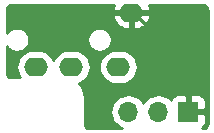
<source format=gtl>
G04 #@! TF.GenerationSoftware,KiCad,Pcbnew,5.1.0-unknown-e90452d~82~ubuntu16.04.1*
G04 #@! TF.CreationDate,2019-04-11T13:24:12-04:00*
G04 #@! TF.ProjectId,touch_sensor_trrs_pcb,746f7563-685f-4736-956e-736f725f7472,1.0*
G04 #@! TF.SameCoordinates,Original*
G04 #@! TF.FileFunction,Copper,L1,Top*
G04 #@! TF.FilePolarity,Positive*
%FSLAX46Y46*%
G04 Gerber Fmt 4.6, Leading zero omitted, Abs format (unit mm)*
G04 Created by KiCad (PCBNEW 5.1.0-unknown-e90452d~82~ubuntu16.04.1) date 2019-04-11 13:24:12*
%MOMM*%
%LPD*%
G04 APERTURE LIST*
%ADD10O,1.700000X1.700000*%
%ADD11R,1.700000X1.700000*%
%ADD12O,2.000000X1.600000*%
%ADD13C,0.250000*%
%ADD14C,0.254000*%
G04 APERTURE END LIST*
D10*
X132842000Y-113284000D03*
X135382000Y-113284000D03*
D11*
X137922000Y-113284000D03*
D12*
X133118000Y-104880000D03*
X132018000Y-109480000D03*
X125018000Y-109480000D03*
X128018000Y-109480000D03*
D13*
X133318000Y-104880000D02*
X133118000Y-104880000D01*
X137922000Y-109484000D02*
X133318000Y-104880000D01*
X137922000Y-113284000D02*
X137922000Y-109484000D01*
D14*
G36*
X131536556Y-104473270D02*
G01*
X131526096Y-104530961D01*
X131648085Y-104753000D01*
X132991000Y-104753000D01*
X132991000Y-104733000D01*
X133245000Y-104733000D01*
X133245000Y-104753000D01*
X134587915Y-104753000D01*
X134709904Y-104530961D01*
X134699444Y-104473270D01*
X134615977Y-104267000D01*
X139160945Y-104267000D01*
X139265409Y-104277243D01*
X139336032Y-104298565D01*
X139401158Y-104333193D01*
X139458318Y-104379812D01*
X139505340Y-104436653D01*
X139540423Y-104501538D01*
X139562235Y-104572002D01*
X139573001Y-104674430D01*
X139573000Y-114268946D01*
X139562757Y-114373409D01*
X139541435Y-114444032D01*
X139506808Y-114509156D01*
X139460187Y-114566319D01*
X139403348Y-114613340D01*
X139338465Y-114648422D01*
X139267999Y-114670235D01*
X139165579Y-114681000D01*
X139095694Y-114681000D01*
X139126494Y-114664537D01*
X139223185Y-114585185D01*
X139302537Y-114488494D01*
X139361502Y-114378180D01*
X139397812Y-114258482D01*
X139410072Y-114134000D01*
X139407000Y-113569750D01*
X139248250Y-113411000D01*
X138049000Y-113411000D01*
X138049000Y-113431000D01*
X137795000Y-113431000D01*
X137795000Y-113411000D01*
X137775000Y-113411000D01*
X137775000Y-113157000D01*
X137795000Y-113157000D01*
X137795000Y-111957750D01*
X138049000Y-111957750D01*
X138049000Y-113157000D01*
X139248250Y-113157000D01*
X139407000Y-112998250D01*
X139410072Y-112434000D01*
X139397812Y-112309518D01*
X139361502Y-112189820D01*
X139302537Y-112079506D01*
X139223185Y-111982815D01*
X139126494Y-111903463D01*
X139016180Y-111844498D01*
X138896482Y-111808188D01*
X138772000Y-111795928D01*
X138207750Y-111799000D01*
X138049000Y-111957750D01*
X137795000Y-111957750D01*
X137636250Y-111799000D01*
X137072000Y-111795928D01*
X136947518Y-111808188D01*
X136827820Y-111844498D01*
X136717506Y-111903463D01*
X136620815Y-111982815D01*
X136541463Y-112079506D01*
X136482498Y-112189820D01*
X136461607Y-112258687D01*
X136437134Y-112228866D01*
X136211014Y-112043294D01*
X135953034Y-111905401D01*
X135673111Y-111820487D01*
X135454950Y-111799000D01*
X135309050Y-111799000D01*
X135090889Y-111820487D01*
X134810966Y-111905401D01*
X134552986Y-112043294D01*
X134326866Y-112228866D01*
X134141294Y-112454986D01*
X134112000Y-112509791D01*
X134082706Y-112454986D01*
X133897134Y-112228866D01*
X133671014Y-112043294D01*
X133413034Y-111905401D01*
X133133111Y-111820487D01*
X132914950Y-111799000D01*
X132769050Y-111799000D01*
X132550889Y-111820487D01*
X132270966Y-111905401D01*
X132012986Y-112043294D01*
X131786866Y-112228866D01*
X131601294Y-112454986D01*
X131463401Y-112712966D01*
X131378487Y-112992889D01*
X131349815Y-113284000D01*
X131378487Y-113575111D01*
X131463401Y-113855034D01*
X131601294Y-114113014D01*
X131786866Y-114339134D01*
X132012986Y-114524706D01*
X132270966Y-114662599D01*
X132331626Y-114681000D01*
X129571054Y-114681000D01*
X129466591Y-114670757D01*
X129395968Y-114649435D01*
X129330844Y-114614808D01*
X129273681Y-114568187D01*
X129226660Y-114511348D01*
X129191578Y-114446465D01*
X129169765Y-114375999D01*
X129159000Y-114273579D01*
X129159000Y-111982808D01*
X129156318Y-111955573D01*
X129156361Y-111949354D01*
X129155496Y-111940530D01*
X129134769Y-111743329D01*
X129123198Y-111686960D01*
X129112413Y-111630420D01*
X129109852Y-111621938D01*
X129109850Y-111621929D01*
X129109846Y-111621921D01*
X129051215Y-111432511D01*
X129028914Y-111379459D01*
X129007352Y-111326090D01*
X129003195Y-111318272D01*
X129003191Y-111318264D01*
X129003186Y-111318257D01*
X128908878Y-111143838D01*
X128876707Y-111096142D01*
X128845182Y-111047967D01*
X128839582Y-111041101D01*
X128839578Y-111041095D01*
X128839573Y-111041090D01*
X128713184Y-110888312D01*
X128672350Y-110847762D01*
X128667808Y-110843123D01*
X128769808Y-110812182D01*
X129019101Y-110678932D01*
X129237608Y-110499608D01*
X129416932Y-110281101D01*
X129550182Y-110031808D01*
X129632236Y-109761309D01*
X129659943Y-109480000D01*
X130376057Y-109480000D01*
X130403764Y-109761309D01*
X130485818Y-110031808D01*
X130619068Y-110281101D01*
X130798392Y-110499608D01*
X131016899Y-110678932D01*
X131266192Y-110812182D01*
X131536691Y-110894236D01*
X131747508Y-110915000D01*
X132288492Y-110915000D01*
X132499309Y-110894236D01*
X132769808Y-110812182D01*
X133019101Y-110678932D01*
X133237608Y-110499608D01*
X133416932Y-110281101D01*
X133550182Y-110031808D01*
X133632236Y-109761309D01*
X133659943Y-109480000D01*
X133632236Y-109198691D01*
X133550182Y-108928192D01*
X133416932Y-108678899D01*
X133237608Y-108460392D01*
X133019101Y-108281068D01*
X132769808Y-108147818D01*
X132499309Y-108065764D01*
X132288492Y-108045000D01*
X131747508Y-108045000D01*
X131536691Y-108065764D01*
X131266192Y-108147818D01*
X131016899Y-108281068D01*
X130798392Y-108460392D01*
X130619068Y-108678899D01*
X130485818Y-108928192D01*
X130403764Y-109198691D01*
X130376057Y-109480000D01*
X129659943Y-109480000D01*
X129632236Y-109198691D01*
X129550182Y-108928192D01*
X129416932Y-108678899D01*
X129237608Y-108460392D01*
X129019101Y-108281068D01*
X128769808Y-108147818D01*
X128499309Y-108065764D01*
X128288492Y-108045000D01*
X127747508Y-108045000D01*
X127536691Y-108065764D01*
X127266192Y-108147818D01*
X127016899Y-108281068D01*
X126798392Y-108460392D01*
X126619068Y-108678899D01*
X126518000Y-108867984D01*
X126416932Y-108678899D01*
X126237608Y-108460392D01*
X126019101Y-108281068D01*
X125769808Y-108147818D01*
X125499309Y-108065764D01*
X125288492Y-108045000D01*
X124747508Y-108045000D01*
X124536691Y-108065764D01*
X124266192Y-108147818D01*
X124016899Y-108281068D01*
X123798392Y-108460392D01*
X123619068Y-108678899D01*
X123485818Y-108928192D01*
X123403764Y-109198691D01*
X123376057Y-109480000D01*
X123403764Y-109761309D01*
X123485818Y-110031808D01*
X123619068Y-110281101D01*
X123686281Y-110363000D01*
X122967054Y-110363000D01*
X122862591Y-110352757D01*
X122791968Y-110331435D01*
X122726844Y-110296808D01*
X122669681Y-110250187D01*
X122622660Y-110193348D01*
X122587578Y-110128465D01*
X122565765Y-110057999D01*
X122555000Y-109955579D01*
X122555000Y-107751380D01*
X122614063Y-107839774D01*
X122758226Y-107983937D01*
X122927744Y-108097205D01*
X123116102Y-108175226D01*
X123316061Y-108215000D01*
X123519939Y-108215000D01*
X123719898Y-108175226D01*
X123908256Y-108097205D01*
X124077774Y-107983937D01*
X124221937Y-107839774D01*
X124335205Y-107670256D01*
X124413226Y-107481898D01*
X124453000Y-107281939D01*
X124453000Y-107078061D01*
X129383000Y-107078061D01*
X129383000Y-107281939D01*
X129422774Y-107481898D01*
X129500795Y-107670256D01*
X129614063Y-107839774D01*
X129758226Y-107983937D01*
X129927744Y-108097205D01*
X130116102Y-108175226D01*
X130316061Y-108215000D01*
X130519939Y-108215000D01*
X130719898Y-108175226D01*
X130908256Y-108097205D01*
X131077774Y-107983937D01*
X131221937Y-107839774D01*
X131335205Y-107670256D01*
X131413226Y-107481898D01*
X131453000Y-107281939D01*
X131453000Y-107078061D01*
X131413226Y-106878102D01*
X131335205Y-106689744D01*
X131221937Y-106520226D01*
X131077774Y-106376063D01*
X130908256Y-106262795D01*
X130719898Y-106184774D01*
X130519939Y-106145000D01*
X130316061Y-106145000D01*
X130116102Y-106184774D01*
X129927744Y-106262795D01*
X129758226Y-106376063D01*
X129614063Y-106520226D01*
X129500795Y-106689744D01*
X129422774Y-106878102D01*
X129383000Y-107078061D01*
X124453000Y-107078061D01*
X124413226Y-106878102D01*
X124335205Y-106689744D01*
X124221937Y-106520226D01*
X124077774Y-106376063D01*
X123908256Y-106262795D01*
X123719898Y-106184774D01*
X123519939Y-106145000D01*
X123316061Y-106145000D01*
X123116102Y-106184774D01*
X122927744Y-106262795D01*
X122758226Y-106376063D01*
X122614063Y-106520226D01*
X122555000Y-106608620D01*
X122555000Y-105229039D01*
X131526096Y-105229039D01*
X131536556Y-105286730D01*
X131642449Y-105548421D01*
X131797361Y-105784425D01*
X131995338Y-105985673D01*
X132228773Y-106144430D01*
X132488694Y-106254596D01*
X132765113Y-106311937D01*
X132991000Y-106159474D01*
X132991000Y-105007000D01*
X133245000Y-105007000D01*
X133245000Y-106159474D01*
X133470887Y-106311937D01*
X133747306Y-106254596D01*
X134007227Y-106144430D01*
X134240662Y-105985673D01*
X134438639Y-105784425D01*
X134593551Y-105548421D01*
X134699444Y-105286730D01*
X134709904Y-105229039D01*
X134587915Y-105007000D01*
X133245000Y-105007000D01*
X132991000Y-105007000D01*
X131648085Y-105007000D01*
X131526096Y-105229039D01*
X122555000Y-105229039D01*
X122555000Y-104679055D01*
X122565243Y-104574591D01*
X122586565Y-104503968D01*
X122621193Y-104438842D01*
X122667812Y-104381682D01*
X122724653Y-104334660D01*
X122789538Y-104299577D01*
X122860002Y-104277765D01*
X122962421Y-104267000D01*
X131620023Y-104267000D01*
X131536556Y-104473270D01*
X131536556Y-104473270D01*
G37*
X131536556Y-104473270D02*
X131526096Y-104530961D01*
X131648085Y-104753000D01*
X132991000Y-104753000D01*
X132991000Y-104733000D01*
X133245000Y-104733000D01*
X133245000Y-104753000D01*
X134587915Y-104753000D01*
X134709904Y-104530961D01*
X134699444Y-104473270D01*
X134615977Y-104267000D01*
X139160945Y-104267000D01*
X139265409Y-104277243D01*
X139336032Y-104298565D01*
X139401158Y-104333193D01*
X139458318Y-104379812D01*
X139505340Y-104436653D01*
X139540423Y-104501538D01*
X139562235Y-104572002D01*
X139573001Y-104674430D01*
X139573000Y-114268946D01*
X139562757Y-114373409D01*
X139541435Y-114444032D01*
X139506808Y-114509156D01*
X139460187Y-114566319D01*
X139403348Y-114613340D01*
X139338465Y-114648422D01*
X139267999Y-114670235D01*
X139165579Y-114681000D01*
X139095694Y-114681000D01*
X139126494Y-114664537D01*
X139223185Y-114585185D01*
X139302537Y-114488494D01*
X139361502Y-114378180D01*
X139397812Y-114258482D01*
X139410072Y-114134000D01*
X139407000Y-113569750D01*
X139248250Y-113411000D01*
X138049000Y-113411000D01*
X138049000Y-113431000D01*
X137795000Y-113431000D01*
X137795000Y-113411000D01*
X137775000Y-113411000D01*
X137775000Y-113157000D01*
X137795000Y-113157000D01*
X137795000Y-111957750D01*
X138049000Y-111957750D01*
X138049000Y-113157000D01*
X139248250Y-113157000D01*
X139407000Y-112998250D01*
X139410072Y-112434000D01*
X139397812Y-112309518D01*
X139361502Y-112189820D01*
X139302537Y-112079506D01*
X139223185Y-111982815D01*
X139126494Y-111903463D01*
X139016180Y-111844498D01*
X138896482Y-111808188D01*
X138772000Y-111795928D01*
X138207750Y-111799000D01*
X138049000Y-111957750D01*
X137795000Y-111957750D01*
X137636250Y-111799000D01*
X137072000Y-111795928D01*
X136947518Y-111808188D01*
X136827820Y-111844498D01*
X136717506Y-111903463D01*
X136620815Y-111982815D01*
X136541463Y-112079506D01*
X136482498Y-112189820D01*
X136461607Y-112258687D01*
X136437134Y-112228866D01*
X136211014Y-112043294D01*
X135953034Y-111905401D01*
X135673111Y-111820487D01*
X135454950Y-111799000D01*
X135309050Y-111799000D01*
X135090889Y-111820487D01*
X134810966Y-111905401D01*
X134552986Y-112043294D01*
X134326866Y-112228866D01*
X134141294Y-112454986D01*
X134112000Y-112509791D01*
X134082706Y-112454986D01*
X133897134Y-112228866D01*
X133671014Y-112043294D01*
X133413034Y-111905401D01*
X133133111Y-111820487D01*
X132914950Y-111799000D01*
X132769050Y-111799000D01*
X132550889Y-111820487D01*
X132270966Y-111905401D01*
X132012986Y-112043294D01*
X131786866Y-112228866D01*
X131601294Y-112454986D01*
X131463401Y-112712966D01*
X131378487Y-112992889D01*
X131349815Y-113284000D01*
X131378487Y-113575111D01*
X131463401Y-113855034D01*
X131601294Y-114113014D01*
X131786866Y-114339134D01*
X132012986Y-114524706D01*
X132270966Y-114662599D01*
X132331626Y-114681000D01*
X129571054Y-114681000D01*
X129466591Y-114670757D01*
X129395968Y-114649435D01*
X129330844Y-114614808D01*
X129273681Y-114568187D01*
X129226660Y-114511348D01*
X129191578Y-114446465D01*
X129169765Y-114375999D01*
X129159000Y-114273579D01*
X129159000Y-111982808D01*
X129156318Y-111955573D01*
X129156361Y-111949354D01*
X129155496Y-111940530D01*
X129134769Y-111743329D01*
X129123198Y-111686960D01*
X129112413Y-111630420D01*
X129109852Y-111621938D01*
X129109850Y-111621929D01*
X129109846Y-111621921D01*
X129051215Y-111432511D01*
X129028914Y-111379459D01*
X129007352Y-111326090D01*
X129003195Y-111318272D01*
X129003191Y-111318264D01*
X129003186Y-111318257D01*
X128908878Y-111143838D01*
X128876707Y-111096142D01*
X128845182Y-111047967D01*
X128839582Y-111041101D01*
X128839578Y-111041095D01*
X128839573Y-111041090D01*
X128713184Y-110888312D01*
X128672350Y-110847762D01*
X128667808Y-110843123D01*
X128769808Y-110812182D01*
X129019101Y-110678932D01*
X129237608Y-110499608D01*
X129416932Y-110281101D01*
X129550182Y-110031808D01*
X129632236Y-109761309D01*
X129659943Y-109480000D01*
X130376057Y-109480000D01*
X130403764Y-109761309D01*
X130485818Y-110031808D01*
X130619068Y-110281101D01*
X130798392Y-110499608D01*
X131016899Y-110678932D01*
X131266192Y-110812182D01*
X131536691Y-110894236D01*
X131747508Y-110915000D01*
X132288492Y-110915000D01*
X132499309Y-110894236D01*
X132769808Y-110812182D01*
X133019101Y-110678932D01*
X133237608Y-110499608D01*
X133416932Y-110281101D01*
X133550182Y-110031808D01*
X133632236Y-109761309D01*
X133659943Y-109480000D01*
X133632236Y-109198691D01*
X133550182Y-108928192D01*
X133416932Y-108678899D01*
X133237608Y-108460392D01*
X133019101Y-108281068D01*
X132769808Y-108147818D01*
X132499309Y-108065764D01*
X132288492Y-108045000D01*
X131747508Y-108045000D01*
X131536691Y-108065764D01*
X131266192Y-108147818D01*
X131016899Y-108281068D01*
X130798392Y-108460392D01*
X130619068Y-108678899D01*
X130485818Y-108928192D01*
X130403764Y-109198691D01*
X130376057Y-109480000D01*
X129659943Y-109480000D01*
X129632236Y-109198691D01*
X129550182Y-108928192D01*
X129416932Y-108678899D01*
X129237608Y-108460392D01*
X129019101Y-108281068D01*
X128769808Y-108147818D01*
X128499309Y-108065764D01*
X128288492Y-108045000D01*
X127747508Y-108045000D01*
X127536691Y-108065764D01*
X127266192Y-108147818D01*
X127016899Y-108281068D01*
X126798392Y-108460392D01*
X126619068Y-108678899D01*
X126518000Y-108867984D01*
X126416932Y-108678899D01*
X126237608Y-108460392D01*
X126019101Y-108281068D01*
X125769808Y-108147818D01*
X125499309Y-108065764D01*
X125288492Y-108045000D01*
X124747508Y-108045000D01*
X124536691Y-108065764D01*
X124266192Y-108147818D01*
X124016899Y-108281068D01*
X123798392Y-108460392D01*
X123619068Y-108678899D01*
X123485818Y-108928192D01*
X123403764Y-109198691D01*
X123376057Y-109480000D01*
X123403764Y-109761309D01*
X123485818Y-110031808D01*
X123619068Y-110281101D01*
X123686281Y-110363000D01*
X122967054Y-110363000D01*
X122862591Y-110352757D01*
X122791968Y-110331435D01*
X122726844Y-110296808D01*
X122669681Y-110250187D01*
X122622660Y-110193348D01*
X122587578Y-110128465D01*
X122565765Y-110057999D01*
X122555000Y-109955579D01*
X122555000Y-107751380D01*
X122614063Y-107839774D01*
X122758226Y-107983937D01*
X122927744Y-108097205D01*
X123116102Y-108175226D01*
X123316061Y-108215000D01*
X123519939Y-108215000D01*
X123719898Y-108175226D01*
X123908256Y-108097205D01*
X124077774Y-107983937D01*
X124221937Y-107839774D01*
X124335205Y-107670256D01*
X124413226Y-107481898D01*
X124453000Y-107281939D01*
X124453000Y-107078061D01*
X129383000Y-107078061D01*
X129383000Y-107281939D01*
X129422774Y-107481898D01*
X129500795Y-107670256D01*
X129614063Y-107839774D01*
X129758226Y-107983937D01*
X129927744Y-108097205D01*
X130116102Y-108175226D01*
X130316061Y-108215000D01*
X130519939Y-108215000D01*
X130719898Y-108175226D01*
X130908256Y-108097205D01*
X131077774Y-107983937D01*
X131221937Y-107839774D01*
X131335205Y-107670256D01*
X131413226Y-107481898D01*
X131453000Y-107281939D01*
X131453000Y-107078061D01*
X131413226Y-106878102D01*
X131335205Y-106689744D01*
X131221937Y-106520226D01*
X131077774Y-106376063D01*
X130908256Y-106262795D01*
X130719898Y-106184774D01*
X130519939Y-106145000D01*
X130316061Y-106145000D01*
X130116102Y-106184774D01*
X129927744Y-106262795D01*
X129758226Y-106376063D01*
X129614063Y-106520226D01*
X129500795Y-106689744D01*
X129422774Y-106878102D01*
X129383000Y-107078061D01*
X124453000Y-107078061D01*
X124413226Y-106878102D01*
X124335205Y-106689744D01*
X124221937Y-106520226D01*
X124077774Y-106376063D01*
X123908256Y-106262795D01*
X123719898Y-106184774D01*
X123519939Y-106145000D01*
X123316061Y-106145000D01*
X123116102Y-106184774D01*
X122927744Y-106262795D01*
X122758226Y-106376063D01*
X122614063Y-106520226D01*
X122555000Y-106608620D01*
X122555000Y-105229039D01*
X131526096Y-105229039D01*
X131536556Y-105286730D01*
X131642449Y-105548421D01*
X131797361Y-105784425D01*
X131995338Y-105985673D01*
X132228773Y-106144430D01*
X132488694Y-106254596D01*
X132765113Y-106311937D01*
X132991000Y-106159474D01*
X132991000Y-105007000D01*
X133245000Y-105007000D01*
X133245000Y-106159474D01*
X133470887Y-106311937D01*
X133747306Y-106254596D01*
X134007227Y-106144430D01*
X134240662Y-105985673D01*
X134438639Y-105784425D01*
X134593551Y-105548421D01*
X134699444Y-105286730D01*
X134709904Y-105229039D01*
X134587915Y-105007000D01*
X133245000Y-105007000D01*
X132991000Y-105007000D01*
X131648085Y-105007000D01*
X131526096Y-105229039D01*
X122555000Y-105229039D01*
X122555000Y-104679055D01*
X122565243Y-104574591D01*
X122586565Y-104503968D01*
X122621193Y-104438842D01*
X122667812Y-104381682D01*
X122724653Y-104334660D01*
X122789538Y-104299577D01*
X122860002Y-104277765D01*
X122962421Y-104267000D01*
X131620023Y-104267000D01*
X131536556Y-104473270D01*
M02*

</source>
